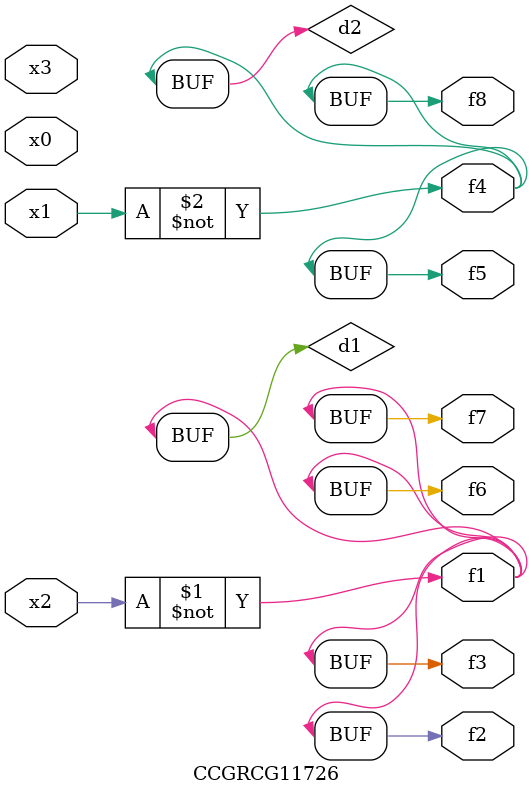
<source format=v>
module CCGRCG11726(
	input x0, x1, x2, x3,
	output f1, f2, f3, f4, f5, f6, f7, f8
);

	wire d1, d2;

	xnor (d1, x2);
	not (d2, x1);
	assign f1 = d1;
	assign f2 = d1;
	assign f3 = d1;
	assign f4 = d2;
	assign f5 = d2;
	assign f6 = d1;
	assign f7 = d1;
	assign f8 = d2;
endmodule

</source>
